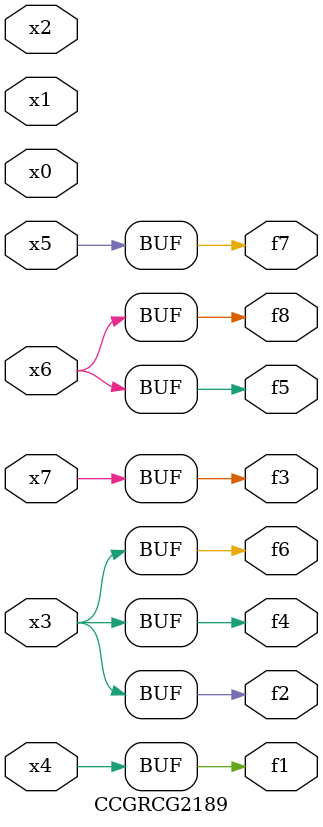
<source format=v>
module CCGRCG2189(
	input x0, x1, x2, x3, x4, x5, x6, x7,
	output f1, f2, f3, f4, f5, f6, f7, f8
);
	assign f1 = x4;
	assign f2 = x3;
	assign f3 = x7;
	assign f4 = x3;
	assign f5 = x6;
	assign f6 = x3;
	assign f7 = x5;
	assign f8 = x6;
endmodule

</source>
